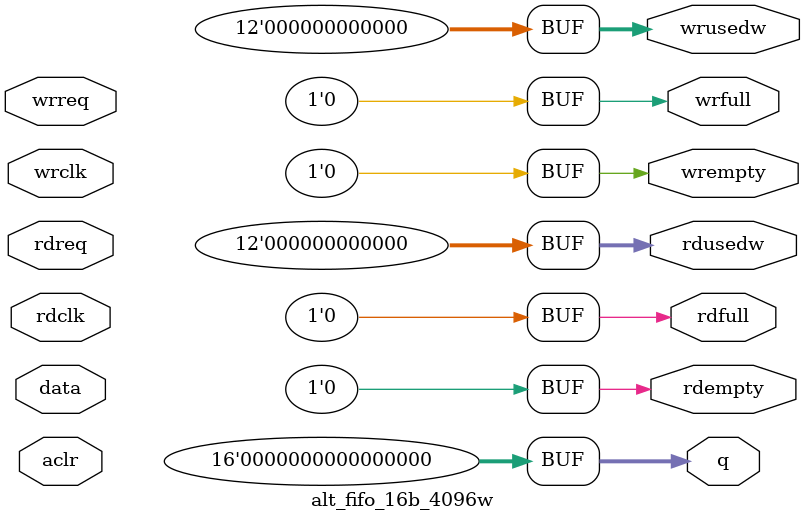
<source format=v>
module alt_fifo_16b_4096w(	// file.cleaned.mlir:2:3
  input         aclr,	// file.cleaned.mlir:2:36
  input  [15:0] data,	// file.cleaned.mlir:2:51
  input         rdclk,	// file.cleaned.mlir:2:67
                rdreq,	// file.cleaned.mlir:2:83
                wrclk,	// file.cleaned.mlir:2:99
                wrreq,	// file.cleaned.mlir:2:115
  output [15:0] q,	// file.cleaned.mlir:2:132
  output        rdempty,	// file.cleaned.mlir:2:145
                rdfull,	// file.cleaned.mlir:2:163
  output [11:0] rdusedw,	// file.cleaned.mlir:2:180
  output        wrempty,	// file.cleaned.mlir:2:199
                wrfull,	// file.cleaned.mlir:2:217
  output [11:0] wrusedw	// file.cleaned.mlir:2:234
);

  assign q = 16'h0;	// file.cleaned.mlir:3:15, :6:5
  assign rdempty = 1'h0;	// file.cleaned.mlir:4:14, :6:5
  assign rdfull = 1'h0;	// file.cleaned.mlir:4:14, :6:5
  assign rdusedw = 12'h0;	// file.cleaned.mlir:5:15, :6:5
  assign wrempty = 1'h0;	// file.cleaned.mlir:4:14, :6:5
  assign wrfull = 1'h0;	// file.cleaned.mlir:4:14, :6:5
  assign wrusedw = 12'h0;	// file.cleaned.mlir:5:15, :6:5
endmodule


</source>
